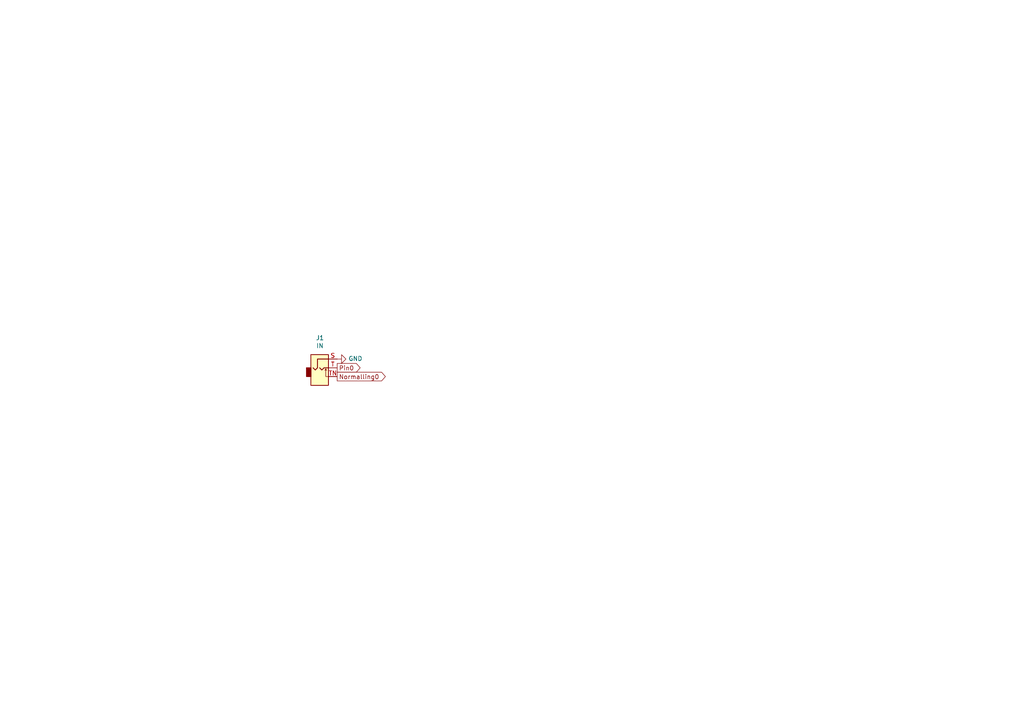
<source format=kicad_sch>
(kicad_sch (version 20211123) (generator eeschema)
  (paper "A4")
  (lib_symbols
    (symbol "Connector:AudioJack2_SwitchT"
      (property "Reference" "J" (at 0 8.89 0))
      (property "Value" "AudioJack2_SwitchT" (at 0 6.35 0))
      (symbol "AudioJack2_SwitchT_0_1"
        (rectangle (start -2.54 0) (end -3.81 -2.54) (stroke (width 0.254)) (fill (type outline)))
        (polyline (pts (xy 1.778 -0.254) (xy 2.032 -0.762)))
        (polyline (pts (xy 0 0) (xy 0.635 -0.635) (xy 1.27 0) (xy 2.54 0)) (stroke (width 0.254)))
        (polyline (pts (xy 2.54 -2.54) (xy 1.778 -2.54) (xy 1.778 -0.254) (xy 1.524 -0.762)))
        (polyline (pts (xy 2.54 2.54) (xy -0.635 2.54) (xy -0.635 0) (xy -1.27 -0.635) (xy -1.905 0)) (stroke (width 0.254)))
        (rectangle (start 2.54 3.81) (end -2.54 -5.08) (stroke (width 0.254)) (fill (type background)))
      )
      (symbol "AudioJack2_SwitchT_1_1"
        (pin passive line (at 5.08 2.54 180) (length 2.54) (name "~") (number "S"))
        (pin passive line (at 5.08 0 180) (length 2.54) (name "~") (number "T"))
        (pin passive line (at 5.08 -2.54 180) (length 2.54) (name "~") (number "TN"))
      )
    )
    (symbol "power:GND" (power) (pin_names (offset 0))
      (property "Value" "GND" (at 0 -3.81 0))
      (symbol "GND_0_1"
        (polyline (pts (xy 0 0) (xy 0 -1.27) (xy 1.27 -1.27) (xy 0 -2.54) (xy -1.27 -1.27) (xy 0 -1.27)))
      )
      (symbol "GND_1_1"
        (pin power_in line (at 0 0 270) (length 0) hide (name "GND") (number "1"))
      )
    )
  )
  (global_label "Pin0" (shape output) (at 97.79 106.68 0) (property "Intersheet References" "${INTERSHEET_REFS}" (effects hide)))
  (global_label "Normalling0" (shape output) (at 97.79 109.22 0) (property "Intersheet References" "${INTERSHEET_REFS}" (effects hide)))
  (symbol (lib_id "Connector:AudioJack2_SwitchT") (at 92.71 106.68 0) (unit 1)
    (property "Reference" "J1" (at 92.8116 97.9932 0))
    (property "Value" "IN" (at 92.8116 100.3046 0))
    (property "Footprint" "Connector_Thonk:ThonkiconnJack" (effects hide))
    (property "Device" "Jack Connector" (effects hide))
    (property "Description" "ElectroDemo – 3.5mm Jack Sockets" (effects hide))
    (property "IPN" "ED-JACK" (effects hide))
    (property "Mounting" "THT" (effects hide))
  )
  (symbol (lib_id "power:GND") (at 97.79 104.14 90) (unit 1)
    (property "Reference" "#PWR0101" (effects hide))
    (property "Value" "GND" (at 101.0412 104.013 90) (effects (justify right)))
  )
)
</source>
